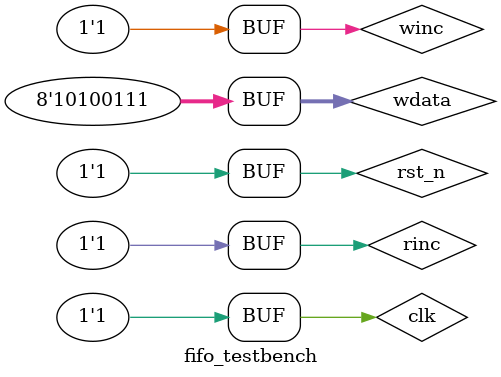
<source format=v>
`timescale 1ps/1ps
module fifo_testbench();

    reg clk,rst_n;
    reg winc,rinc;
    reg[7:0] wdata;
    wire wfull,rempty;
    wire[7:0] rdata;

    FIFO_synq fifo(
        .clk(clk),
        .rst_n(rst_n),
        .winc(winc),
        .rinc(rinc),
        .wdata(wdata),
        .wfull(wfull),
        .rempty(rempty),
        .rdata(rdata)
    );

    initial begin
        rst_n = 0;
        winc = 0;
        rinc = 0;
        wdata = 8'b1111_0000;
        #10;
        rst_n = 1;
        winc = 1;
        #10;
        wdata = 8'b1010_0000;
        #10;
        wdata = 8'b1010_0001;
        #10;
        wdata = 8'b1010_0010;
        #10;
        wdata = 8'b1010_0100;
        #10;
        wdata = 8'b1010_1000;
        #10;
        wdata = 8'b1010_0011;
        #10;
        wdata = 8'b1010_0111;
        #10;
        winc = 0;
        rinc = 1;
        #200;
        winc = 1;

    end

    always begin
        clk = 0;
        #5;
        clk = 1;
        #5;
    end


endmodule
</source>
